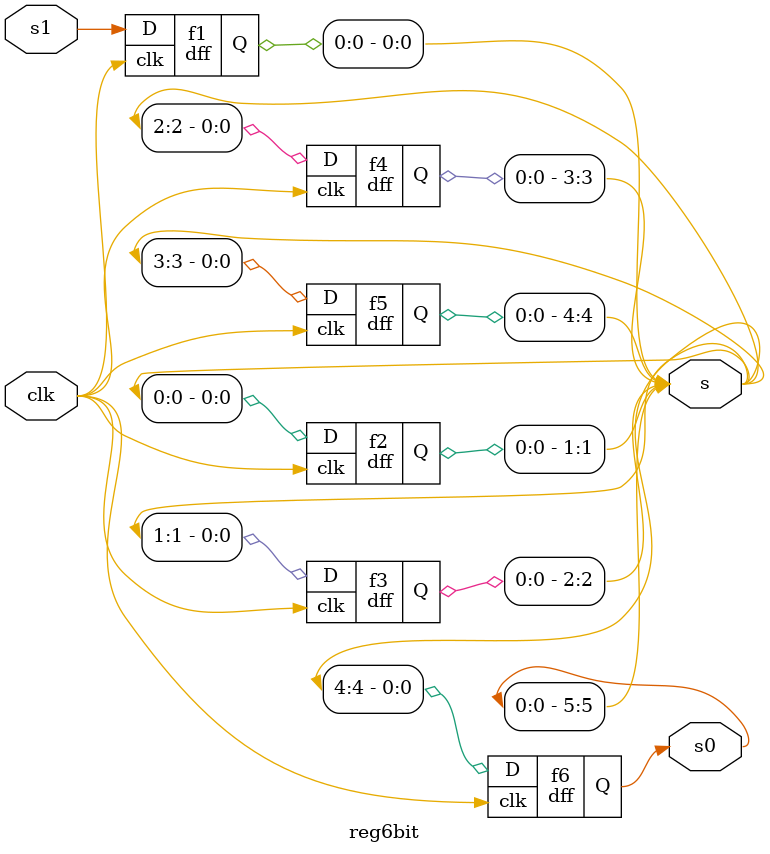
<source format=v>
module dff(Q, D, clk);
input D;
input clk;
output reg Q;
always @(posedge clk) begin
    Q<=D;
end
endmodule

module reg6bit(s1, clk, s, s0);
input s1;
input clk;
output [0:5] s;
output s0;
dff f1(s[0], s1, clk);
dff f2(s[1], s[0], clk);
dff f3(s[2], s[1], clk);
dff f4(s[3], s[2], clk);
dff f5(s[4], s[3], clk);
dff f6(s[5], s[4], clk);
assign s0 = s[5];
endmodule
</source>
